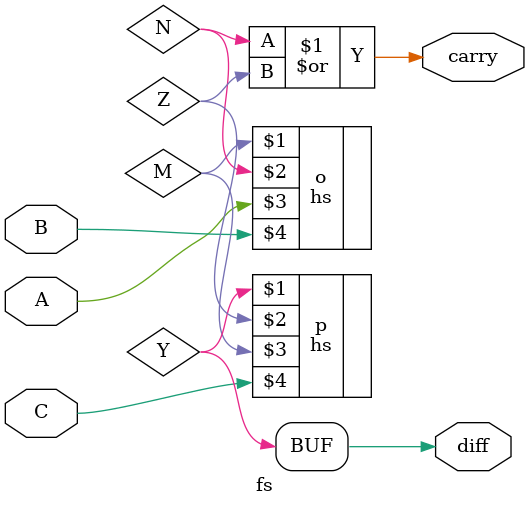
<source format=v>
`include"hshs.v"
module fs(output  diff,carry,input A,B,C);

hs o(M,N,A,B);
hs p(Y,Z,M,C);
assign diff=Y;
assign carry=N|Z;
endmodule


</source>
